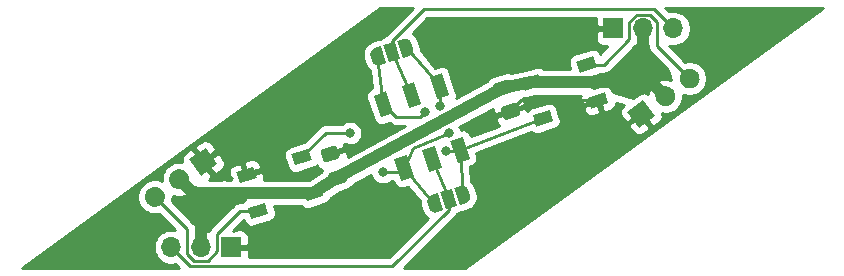
<source format=gbr>
%TF.GenerationSoftware,KiCad,Pcbnew,5.1.8*%
%TF.CreationDate,2020-12-23T16:20:00-05:00*%
%TF.ProjectId,penroserombus_thin_40mm,70656e72-6f73-4657-926f-6d6275735f74,rev?*%
%TF.SameCoordinates,Original*%
%TF.FileFunction,Copper,L1,Top*%
%TF.FilePolarity,Positive*%
%FSLAX46Y46*%
G04 Gerber Fmt 4.6, Leading zero omitted, Abs format (unit mm)*
G04 Created by KiCad (PCBNEW 5.1.8) date 2020-12-23 16:20:00*
%MOMM*%
%LPD*%
G01*
G04 APERTURE LIST*
%TA.AperFunction,ComponentPad*%
%ADD10C,0.100000*%
%TD*%
%TA.AperFunction,SMDPad,CuDef*%
%ADD11C,0.100000*%
%TD*%
%TA.AperFunction,ComponentPad*%
%ADD12O,1.700000X1.700000*%
%TD*%
%TA.AperFunction,ComponentPad*%
%ADD13R,1.700000X1.700000*%
%TD*%
%TA.AperFunction,ViaPad*%
%ADD14C,0.800000*%
%TD*%
%TA.AperFunction,Conductor*%
%ADD15C,1.000000*%
%TD*%
%TA.AperFunction,Conductor*%
%ADD16C,0.250000*%
%TD*%
%TA.AperFunction,Conductor*%
%ADD17C,0.254000*%
%TD*%
%TA.AperFunction,Conductor*%
%ADD18C,0.100000*%
%TD*%
G04 APERTURE END LIST*
%TA.AperFunction,ComponentPad*%
D10*
%TO.P,J3,1*%
%TO.N,GND*%
G36*
X135261566Y-75128791D02*
G01*
X136636895Y-74129556D01*
X137636130Y-75504885D01*
X136260801Y-76504120D01*
X135261566Y-75128791D01*
G37*
%TD.AperFunction*%
%TO.P,J3,2*%
%TO.N,VCC*%
%TA.AperFunction,ComponentPad*%
G36*
G01*
X133894328Y-76122149D02*
X133894328Y-76122149D01*
G75*
G02*
X135081609Y-76310196I499617J-687664D01*
G01*
X135081609Y-76310196D01*
G75*
G02*
X134893562Y-77497477I-687664J-499617D01*
G01*
X134893562Y-77497477D01*
G75*
G02*
X133706281Y-77309430I-499617J687664D01*
G01*
X133706281Y-77309430D01*
G75*
G02*
X133894328Y-76122149I687664J499617D01*
G01*
G37*
%TD.AperFunction*%
%TO.P,J3,3*%
%TO.N,Net-(D1-Pad4)*%
%TA.AperFunction,ComponentPad*%
G36*
G01*
X131839425Y-77615123D02*
X131839425Y-77615123D01*
G75*
G02*
X133026706Y-77803170I499617J-687664D01*
G01*
X133026706Y-77803170D01*
G75*
G02*
X132838659Y-78990451I-687664J-499617D01*
G01*
X132838659Y-78990451D01*
G75*
G02*
X131651378Y-78802404I-499617J687664D01*
G01*
X131651378Y-78802404D01*
G75*
G02*
X131839425Y-77615123I687664J499617D01*
G01*
G37*
%TD.AperFunction*%
%TD*%
%TO.P,C1,2*%
%TO.N,VCC*%
%TA.AperFunction,SMDPad,CuDef*%
G36*
G01*
X147194701Y-76237479D02*
X148098205Y-75943913D01*
G75*
G02*
X148413223Y-76104423I77254J-237764D01*
G01*
X148621809Y-76746387D01*
G75*
G02*
X148461299Y-77061405I-237764J-77254D01*
G01*
X147557795Y-77354971D01*
G75*
G02*
X147242777Y-77194461I-77254J237764D01*
G01*
X147034191Y-76552497D01*
G75*
G02*
X147194701Y-76237479I237764J77254D01*
G01*
G37*
%TD.AperFunction*%
%TO.P,C1,1*%
%TO.N,GND*%
%TA.AperFunction,SMDPad,CuDef*%
G36*
G01*
X146553491Y-74264037D02*
X147456995Y-73970471D01*
G75*
G02*
X147772013Y-74130981I77254J-237764D01*
G01*
X147980599Y-74772945D01*
G75*
G02*
X147820089Y-75087963I-237764J-77254D01*
G01*
X146916585Y-75381529D01*
G75*
G02*
X146601567Y-75221019I-77254J237764D01*
G01*
X146392981Y-74579055D01*
G75*
G02*
X146553491Y-74264037I237764J77254D01*
G01*
G37*
%TD.AperFunction*%
%TD*%
%TO.P,C2,1*%
%TO.N,GND*%
%TA.AperFunction,SMDPad,CuDef*%
G36*
G01*
X163072509Y-71473405D02*
X162169005Y-71766971D01*
G75*
G02*
X161853987Y-71606461I-77254J237764D01*
G01*
X161645401Y-70964497D01*
G75*
G02*
X161805911Y-70649479I237764J77254D01*
G01*
X162709415Y-70355913D01*
G75*
G02*
X163024433Y-70516423I77254J-237764D01*
G01*
X163233019Y-71158387D01*
G75*
G02*
X163072509Y-71473405I-237764J-77254D01*
G01*
G37*
%TD.AperFunction*%
%TO.P,C2,2*%
%TO.N,VCC*%
%TA.AperFunction,SMDPad,CuDef*%
G36*
G01*
X162431299Y-69499963D02*
X161527795Y-69793529D01*
G75*
G02*
X161212777Y-69633019I-77254J237764D01*
G01*
X161004191Y-68991055D01*
G75*
G02*
X161164701Y-68676037I237764J77254D01*
G01*
X162068205Y-68382471D01*
G75*
G02*
X162383223Y-68542981I77254J-237764D01*
G01*
X162591809Y-69184945D01*
G75*
G02*
X162431299Y-69499963I-237764J-77254D01*
G01*
G37*
%TD.AperFunction*%
%TD*%
%TA.AperFunction,SMDPad,CuDef*%
D11*
%TO.P,D1,1*%
%TO.N,VCC*%
G36*
X145185004Y-78684755D02*
G01*
X144875987Y-77733698D01*
X146302572Y-77270173D01*
X146611589Y-78221230D01*
X145185004Y-78684755D01*
G37*
%TD.AperFunction*%
%TA.AperFunction,SMDPad,CuDef*%
%TO.P,D1,2*%
%TO.N,Net-(D1-Pad2)*%
G36*
X144196149Y-75641374D02*
G01*
X143887132Y-74690317D01*
X145313717Y-74226792D01*
X145622734Y-75177849D01*
X144196149Y-75641374D01*
G37*
%TD.AperFunction*%
%TA.AperFunction,SMDPad,CuDef*%
%TO.P,D1,4*%
%TO.N,Net-(D1-Pad4)*%
G36*
X140524827Y-80198938D02*
G01*
X140215810Y-79247881D01*
X141642395Y-78784356D01*
X141951412Y-79735413D01*
X140524827Y-80198938D01*
G37*
%TD.AperFunction*%
%TA.AperFunction,SMDPad,CuDef*%
%TO.P,D1,3*%
%TO.N,GND*%
G36*
X139535972Y-77155557D02*
G01*
X139226955Y-76204500D01*
X140653540Y-75740975D01*
X140962557Y-76692032D01*
X139535972Y-77155557D01*
G37*
%TD.AperFunction*%
%TD*%
%TA.AperFunction,SMDPad,CuDef*%
%TO.P,D2,3*%
%TO.N,GND*%
G36*
X170422799Y-69433036D02*
G01*
X170731816Y-70384093D01*
X169305231Y-70847618D01*
X168996214Y-69896561D01*
X170422799Y-69433036D01*
G37*
%TD.AperFunction*%
%TA.AperFunction,SMDPad,CuDef*%
%TO.P,D2,4*%
%TO.N,Net-(D2-Pad4)*%
G36*
X169433944Y-66389655D02*
G01*
X169742961Y-67340712D01*
X168316376Y-67804237D01*
X168007359Y-66853180D01*
X169433944Y-66389655D01*
G37*
%TD.AperFunction*%
%TA.AperFunction,SMDPad,CuDef*%
%TO.P,D2,2*%
%TO.N,Net-(D2-Pad2)*%
G36*
X165762622Y-70947219D02*
G01*
X166071639Y-71898276D01*
X164645054Y-72361801D01*
X164336037Y-71410744D01*
X165762622Y-70947219D01*
G37*
%TD.AperFunction*%
%TA.AperFunction,SMDPad,CuDef*%
%TO.P,D2,1*%
%TO.N,VCC*%
G36*
X164773767Y-67903838D02*
G01*
X165082784Y-68854895D01*
X163656199Y-69318420D01*
X163347182Y-68367363D01*
X164773767Y-67903838D01*
G37*
%TD.AperFunction*%
%TD*%
D12*
%TO.P,J1,3*%
%TO.N,Net-(J1-Pad3)*%
X176239724Y-64038590D03*
%TO.P,J1,2*%
%TO.N,VCC*%
X173699724Y-64038590D03*
D13*
%TO.P,J1,1*%
%TO.N,GND*%
X171159724Y-64038590D03*
%TD*%
%TO.P,J2,1*%
%TO.N,GND*%
X138799045Y-82550000D03*
D12*
%TO.P,J2,2*%
%TO.N,VCC*%
X136259045Y-82550000D03*
%TO.P,J2,3*%
%TO.N,Net-(J2-Pad3)*%
X133719045Y-82550000D03*
%TD*%
%TO.P,J4,3*%
%TO.N,Net-(D2-Pad4)*%
%TA.AperFunction,ComponentPad*%
G36*
G01*
X178119344Y-68973468D02*
X178119344Y-68973468D01*
G75*
G02*
X176932063Y-68785421I-499617J687664D01*
G01*
X176932063Y-68785421D01*
G75*
G02*
X177120110Y-67598140I687664J499617D01*
G01*
X177120110Y-67598140D01*
G75*
G02*
X178307391Y-67786187I499617J-687664D01*
G01*
X178307391Y-67786187D01*
G75*
G02*
X178119344Y-68973468I-687664J-499617D01*
G01*
G37*
%TD.AperFunction*%
%TO.P,J4,2*%
%TO.N,VCC*%
%TA.AperFunction,ComponentPad*%
G36*
G01*
X176064441Y-70466442D02*
X176064441Y-70466442D01*
G75*
G02*
X174877160Y-70278395I-499617J687664D01*
G01*
X174877160Y-70278395D01*
G75*
G02*
X175065207Y-69091114I687664J499617D01*
G01*
X175065207Y-69091114D01*
G75*
G02*
X176252488Y-69279161I499617J-687664D01*
G01*
X176252488Y-69279161D01*
G75*
G02*
X176064441Y-70466442I-687664J-499617D01*
G01*
G37*
%TD.AperFunction*%
%TA.AperFunction,ComponentPad*%
D10*
%TO.P,J4,1*%
%TO.N,GND*%
G36*
X174697203Y-71459800D02*
G01*
X173321874Y-72459035D01*
X172322639Y-71083706D01*
X173697968Y-70084471D01*
X174697203Y-71459800D01*
G37*
%TD.AperFunction*%
%TD*%
%TA.AperFunction,SMDPad,CuDef*%
D11*
%TO.P,JP1,2*%
%TO.N,Net-(J2-Pad3)*%
G36*
X157469766Y-77618199D02*
G01*
X157933291Y-79044784D01*
X156982234Y-79353801D01*
X156518709Y-77927216D01*
X157469766Y-77618199D01*
G37*
%TD.AperFunction*%
%TA.AperFunction,SMDPad,CuDef*%
%TO.P,JP1,3*%
%TO.N,Net-(D1-Pad2)*%
G36*
X156221204Y-79600442D02*
G01*
X156197870Y-79608023D01*
X156149943Y-79618538D01*
X156101216Y-79624306D01*
X156052157Y-79625269D01*
X156003240Y-79621420D01*
X155954937Y-79612793D01*
X155907712Y-79599475D01*
X155862020Y-79581591D01*
X155818299Y-79559314D01*
X155776974Y-79532861D01*
X155738440Y-79502482D01*
X155703069Y-79468475D01*
X155671203Y-79431163D01*
X155643146Y-79390908D01*
X155619171Y-79348096D01*
X155599507Y-79303142D01*
X155591926Y-79279809D01*
X155591353Y-79279995D01*
X155436844Y-78804466D01*
X155437417Y-78804280D01*
X155429836Y-78780947D01*
X155419321Y-78733020D01*
X155413553Y-78684292D01*
X155412590Y-78635234D01*
X155416439Y-78586317D01*
X155425066Y-78538014D01*
X155438384Y-78490788D01*
X155456268Y-78445096D01*
X155478545Y-78401376D01*
X155504998Y-78360050D01*
X155535376Y-78321517D01*
X155569384Y-78286146D01*
X155606695Y-78254279D01*
X155646951Y-78226223D01*
X155689762Y-78202248D01*
X155734717Y-78182584D01*
X155758050Y-78175002D01*
X155757864Y-78174430D01*
X156280945Y-78004470D01*
X156744471Y-79431055D01*
X156221390Y-79601014D01*
X156221204Y-79600442D01*
G37*
%TD.AperFunction*%
%TA.AperFunction,SMDPad,CuDef*%
%TO.P,JP1,1*%
%TO.N,Net-(D2-Pad2)*%
G36*
X157707529Y-77540945D02*
G01*
X158230610Y-77370986D01*
X158230796Y-77371558D01*
X158254130Y-77363977D01*
X158302057Y-77353462D01*
X158350784Y-77347694D01*
X158399843Y-77346731D01*
X158448760Y-77350580D01*
X158497063Y-77359207D01*
X158544288Y-77372525D01*
X158589980Y-77390409D01*
X158633701Y-77412686D01*
X158675026Y-77439139D01*
X158713560Y-77469518D01*
X158748931Y-77503525D01*
X158780797Y-77540837D01*
X158808854Y-77581092D01*
X158832829Y-77623904D01*
X158852493Y-77668858D01*
X158860074Y-77692191D01*
X158860647Y-77692005D01*
X159015156Y-78167534D01*
X159014583Y-78167720D01*
X159022164Y-78191053D01*
X159032679Y-78238980D01*
X159038447Y-78287708D01*
X159039410Y-78336766D01*
X159035561Y-78385683D01*
X159026934Y-78433986D01*
X159013616Y-78481212D01*
X158995732Y-78526904D01*
X158973455Y-78570624D01*
X158947002Y-78611950D01*
X158916624Y-78650483D01*
X158882616Y-78685854D01*
X158845305Y-78717721D01*
X158805049Y-78745777D01*
X158762238Y-78769752D01*
X158717283Y-78789416D01*
X158693950Y-78796998D01*
X158694136Y-78797570D01*
X158171055Y-78967530D01*
X157707529Y-77540945D01*
G37*
%TD.AperFunction*%
%TD*%
%TA.AperFunction,SMDPad,CuDef*%
%TO.P,JP2,1*%
%TO.N,Net-(D1-Pad2)*%
G36*
X152881529Y-65094945D02*
G01*
X153404610Y-64924986D01*
X153404796Y-64925558D01*
X153428130Y-64917977D01*
X153476057Y-64907462D01*
X153524784Y-64901694D01*
X153573843Y-64900731D01*
X153622760Y-64904580D01*
X153671063Y-64913207D01*
X153718288Y-64926525D01*
X153763980Y-64944409D01*
X153807701Y-64966686D01*
X153849026Y-64993139D01*
X153887560Y-65023518D01*
X153922931Y-65057525D01*
X153954797Y-65094837D01*
X153982854Y-65135092D01*
X154006829Y-65177904D01*
X154026493Y-65222858D01*
X154034074Y-65246191D01*
X154034647Y-65246005D01*
X154189156Y-65721534D01*
X154188583Y-65721720D01*
X154196164Y-65745053D01*
X154206679Y-65792980D01*
X154212447Y-65841708D01*
X154213410Y-65890766D01*
X154209561Y-65939683D01*
X154200934Y-65987986D01*
X154187616Y-66035212D01*
X154169732Y-66080904D01*
X154147455Y-66124624D01*
X154121002Y-66165950D01*
X154090624Y-66204483D01*
X154056616Y-66239854D01*
X154019305Y-66271721D01*
X153979049Y-66299777D01*
X153936238Y-66323752D01*
X153891283Y-66343416D01*
X153867950Y-66350998D01*
X153868136Y-66351570D01*
X153345055Y-66521530D01*
X152881529Y-65094945D01*
G37*
%TD.AperFunction*%
%TA.AperFunction,SMDPad,CuDef*%
%TO.P,JP2,3*%
%TO.N,Net-(D2-Pad2)*%
G36*
X151395204Y-67154442D02*
G01*
X151371870Y-67162023D01*
X151323943Y-67172538D01*
X151275216Y-67178306D01*
X151226157Y-67179269D01*
X151177240Y-67175420D01*
X151128937Y-67166793D01*
X151081712Y-67153475D01*
X151036020Y-67135591D01*
X150992299Y-67113314D01*
X150950974Y-67086861D01*
X150912440Y-67056482D01*
X150877069Y-67022475D01*
X150845203Y-66985163D01*
X150817146Y-66944908D01*
X150793171Y-66902096D01*
X150773507Y-66857142D01*
X150765926Y-66833809D01*
X150765353Y-66833995D01*
X150610844Y-66358466D01*
X150611417Y-66358280D01*
X150603836Y-66334947D01*
X150593321Y-66287020D01*
X150587553Y-66238292D01*
X150586590Y-66189234D01*
X150590439Y-66140317D01*
X150599066Y-66092014D01*
X150612384Y-66044788D01*
X150630268Y-65999096D01*
X150652545Y-65955376D01*
X150678998Y-65914050D01*
X150709376Y-65875517D01*
X150743384Y-65840146D01*
X150780695Y-65808279D01*
X150820951Y-65780223D01*
X150863762Y-65756248D01*
X150908717Y-65736584D01*
X150932050Y-65729002D01*
X150931864Y-65728430D01*
X151454945Y-65558470D01*
X151918471Y-66985055D01*
X151395390Y-67155014D01*
X151395204Y-67154442D01*
G37*
%TD.AperFunction*%
%TA.AperFunction,SMDPad,CuDef*%
%TO.P,JP2,2*%
%TO.N,Net-(J1-Pad3)*%
G36*
X152643766Y-65172199D02*
G01*
X153107291Y-66598784D01*
X152156234Y-66907801D01*
X151692709Y-65481216D01*
X152643766Y-65172199D01*
G37*
%TD.AperFunction*%
%TD*%
%TA.AperFunction,SMDPad,CuDef*%
%TO.P,SW1,1*%
%TO.N,Net-(D1-Pad2)*%
G36*
X155620295Y-68173402D02*
G01*
X156666458Y-67833484D01*
X157269041Y-69688044D01*
X156222878Y-70027962D01*
X155620295Y-68173402D01*
G37*
%TD.AperFunction*%
%TA.AperFunction,SMDPad,CuDef*%
%TO.P,SW1,2*%
%TO.N,Net-(J1-Pad3)*%
G36*
X153242654Y-68945944D02*
G01*
X154288817Y-68606026D01*
X154891400Y-70460586D01*
X153845237Y-70800504D01*
X153242654Y-68945944D01*
G37*
%TD.AperFunction*%
%TA.AperFunction,SMDPad,CuDef*%
%TO.P,SW1,3*%
%TO.N,Net-(D2-Pad2)*%
G36*
X150865013Y-69718487D02*
G01*
X151911176Y-69378569D01*
X152513759Y-71233129D01*
X151467596Y-71573047D01*
X150865013Y-69718487D01*
G37*
%TD.AperFunction*%
%TA.AperFunction,SMDPad,CuDef*%
%TO.P,SW1,4*%
G36*
X157366241Y-73546871D02*
G01*
X158412404Y-73206953D01*
X159014987Y-75061513D01*
X157968824Y-75401431D01*
X157366241Y-73546871D01*
G37*
%TD.AperFunction*%
%TA.AperFunction,SMDPad,CuDef*%
%TO.P,SW1,5*%
%TO.N,Net-(J2-Pad3)*%
G36*
X154988600Y-74319414D02*
G01*
X156034763Y-73979496D01*
X156637346Y-75834056D01*
X155591183Y-76173974D01*
X154988600Y-74319414D01*
G37*
%TD.AperFunction*%
%TA.AperFunction,SMDPad,CuDef*%
%TO.P,SW1,6*%
%TO.N,Net-(D1-Pad2)*%
G36*
X152610959Y-75091956D02*
G01*
X153657122Y-74752038D01*
X154259705Y-76606598D01*
X153213542Y-76946516D01*
X152610959Y-75091956D01*
G37*
%TD.AperFunction*%
%TD*%
D14*
%TO.N,GND*%
X148590000Y-74168000D03*
X166333673Y-70140327D03*
%TO.N,Net-(D1-Pad2)*%
X156464000Y-70612000D03*
X157226000Y-72898000D03*
X148844000Y-72898000D03*
X151638000Y-76200000D03*
%TO.N,Net-(D2-Pad2)*%
X155194000Y-71120000D03*
X156972000Y-74422000D03*
%TD*%
D15*
%TO.N,VCC*%
X138233532Y-77977464D02*
X138205034Y-77948966D01*
X145743788Y-77977464D02*
X138233532Y-77977464D01*
X164214983Y-68611129D02*
X161798000Y-69088000D01*
X145743788Y-77977464D02*
X147828000Y-76649442D01*
X147828000Y-76649442D02*
X161798000Y-69088000D01*
X164239780Y-68586332D02*
X171443668Y-68586332D01*
X164214983Y-68611129D02*
X164239780Y-68586332D01*
X173699724Y-66330276D02*
X173699724Y-64038590D01*
X171443668Y-68586332D02*
X173699724Y-66330276D01*
X174372378Y-68586332D02*
X175564824Y-69778778D01*
X171443668Y-68586332D02*
X174372378Y-68586332D01*
X173699724Y-67913678D02*
X174372378Y-68586332D01*
X173699724Y-66330276D02*
X173699724Y-67913678D01*
X135561596Y-77977464D02*
X134393945Y-76809813D01*
X138233532Y-77977464D02*
X135561596Y-77977464D01*
X136259045Y-78674913D02*
X135561596Y-77977464D01*
X136259045Y-82550000D02*
X136259045Y-78674913D01*
D16*
%TO.N,GND*%
X163360325Y-70140327D02*
X162439210Y-71061442D01*
X169864015Y-70140327D02*
X166333673Y-70140327D01*
X147186790Y-74676000D02*
X147186790Y-74709839D01*
X166333673Y-70140327D02*
X163360325Y-70140327D01*
%TO.N,Net-(D1-Pad2)*%
X153636373Y-65638278D02*
X156444668Y-68930723D01*
X155989627Y-78887722D02*
X153435332Y-75849277D01*
X156444668Y-70592668D02*
X156464000Y-70612000D01*
X156444668Y-68930723D02*
X156444668Y-70592668D01*
X153435332Y-75413046D02*
X153435332Y-75849277D01*
X157226000Y-72898000D02*
X154178000Y-74168000D01*
X154178000Y-74168000D02*
X153435332Y-75849277D01*
X146791016Y-72898000D02*
X148844000Y-72898000D01*
X144754933Y-74934083D02*
X146791016Y-72898000D01*
X153084609Y-76200000D02*
X153435332Y-75849277D01*
X151638000Y-76200000D02*
X153084609Y-76200000D01*
%TO.N,Net-(D1-Pad4)*%
X141064999Y-79510259D02*
X141083611Y-79491647D01*
X137624044Y-81439999D02*
X139572396Y-79491647D01*
X137624044Y-82924003D02*
X137624044Y-81439999D01*
X136823046Y-83725001D02*
X137624044Y-82924003D01*
X135695044Y-83725001D02*
X136823046Y-83725001D01*
X135084044Y-83114001D02*
X135695044Y-83725001D01*
X135084044Y-81047789D02*
X135084044Y-83114001D01*
X139572396Y-79491647D02*
X141083611Y-79491647D01*
X132339042Y-78302787D02*
X135084044Y-81047789D01*
%TO.N,Net-(D2-Pad4)*%
X170386370Y-67096946D02*
X168875160Y-67096946D01*
X172524723Y-63474589D02*
X172524723Y-64958593D01*
X174263725Y-62863589D02*
X173135723Y-62863589D01*
X173135723Y-62863589D02*
X172524723Y-63474589D01*
X174874725Y-63474589D02*
X174263725Y-62863589D01*
X174874725Y-65540802D02*
X174874725Y-63474589D01*
X172524723Y-64958593D02*
X170386370Y-67096946D01*
X177619727Y-68285804D02*
X174874725Y-65540802D01*
%TO.N,Net-(D2-Pad2)*%
X151163627Y-66441722D02*
X151689386Y-70475808D01*
X158462373Y-78084278D02*
X158190614Y-74304192D01*
X158190614Y-74304192D02*
X165203838Y-71654510D01*
X155064428Y-71249572D02*
X155194000Y-71120000D01*
X158072806Y-74422000D02*
X158190614Y-74304192D01*
X156972000Y-74422000D02*
X158072806Y-74422000D01*
X152733577Y-71519999D02*
X151689386Y-70475808D01*
X154794001Y-71519999D02*
X152733577Y-71519999D01*
X155194000Y-71120000D02*
X154794001Y-71519999D01*
%TO.N,Net-(J1-Pad3)*%
X152400000Y-66040000D02*
X154067027Y-69703265D01*
X152400000Y-65116838D02*
X155103258Y-62413580D01*
X152400000Y-66040000D02*
X152400000Y-65116838D01*
X174614714Y-62413580D02*
X170871580Y-62413580D01*
X176239724Y-64038590D02*
X174614714Y-62413580D01*
X170871580Y-62413580D02*
X171173759Y-62413580D01*
X155103258Y-62413580D02*
X170871580Y-62413580D01*
%TO.N,Net-(J2-Pad3)*%
X157226000Y-78486000D02*
X155812973Y-75076735D01*
X157226000Y-79409162D02*
X157226000Y-78486000D01*
X152460152Y-84175010D02*
X157226000Y-79409162D01*
X135344055Y-84175010D02*
X152460152Y-84175010D01*
X133719045Y-82550000D02*
X135344055Y-84175010D01*
%TD*%
D17*
%TO.N,GND*%
X158560230Y-84315000D02*
X153394963Y-84315000D01*
X157737004Y-79972960D01*
X157766001Y-79949163D01*
X157799280Y-79908612D01*
X157860974Y-79833439D01*
X157921940Y-79719381D01*
X158130466Y-79651627D01*
X158245066Y-79601499D01*
X158245510Y-79601190D01*
X158246053Y-79601179D01*
X158368231Y-79574372D01*
X158891312Y-79404412D01*
X158913821Y-79394567D01*
X158937171Y-79386980D01*
X159051778Y-79336851D01*
X159137297Y-79288958D01*
X159239915Y-79217437D01*
X159314448Y-79153780D01*
X159401143Y-79063612D01*
X159461825Y-78986637D01*
X159529261Y-78881293D01*
X159573760Y-78793960D01*
X159619351Y-78677476D01*
X159645957Y-78583138D01*
X159667946Y-78460000D01*
X159675636Y-78362285D01*
X159673180Y-78237225D01*
X159661659Y-78139888D01*
X159634851Y-78017707D01*
X159627262Y-77994353D01*
X159621998Y-77970359D01*
X159467489Y-77494830D01*
X159457646Y-77472326D01*
X159450053Y-77448958D01*
X159399927Y-77334363D01*
X159352034Y-77248844D01*
X159280517Y-77146230D01*
X159216861Y-77071697D01*
X159146686Y-77004225D01*
X159054335Y-75719637D01*
X159212162Y-75668356D01*
X159326763Y-75618228D01*
X159429382Y-75546707D01*
X159516076Y-75456540D01*
X159583513Y-75351192D01*
X159629103Y-75234712D01*
X159651092Y-75111576D01*
X159648636Y-74986516D01*
X159621830Y-74864338D01*
X159538356Y-74607432D01*
X164223457Y-72837344D01*
X164250027Y-72862890D01*
X164355375Y-72930327D01*
X164471855Y-72975917D01*
X164594991Y-72997906D01*
X164720051Y-72995450D01*
X164842229Y-72968644D01*
X166268814Y-72505119D01*
X166383414Y-72454991D01*
X166486034Y-72383470D01*
X166493417Y-72375791D01*
X172476490Y-72375791D01*
X172805663Y-72834084D01*
X172888750Y-72927586D01*
X172988482Y-73003081D01*
X173101027Y-73057668D01*
X173222058Y-73089251D01*
X173346924Y-73096615D01*
X173470829Y-73079477D01*
X173589009Y-73038496D01*
X173696923Y-72975246D01*
X174151605Y-72641103D01*
X174186726Y-72419361D01*
X173481825Y-71449147D01*
X172511611Y-72154048D01*
X172476490Y-72375791D01*
X166493417Y-72375791D01*
X166572728Y-72293303D01*
X166640165Y-72187955D01*
X166685755Y-72071475D01*
X166707744Y-71948339D01*
X166705288Y-71823279D01*
X166678482Y-71701101D01*
X166398720Y-70840080D01*
X168635103Y-70840080D01*
X168698389Y-71044793D01*
X168748516Y-71159394D01*
X168820037Y-71262013D01*
X168910205Y-71348707D01*
X169015553Y-71416144D01*
X169132032Y-71461733D01*
X169255168Y-71483723D01*
X169380228Y-71481268D01*
X169502406Y-71454461D01*
X169942985Y-71308078D01*
X170044909Y-71108041D01*
X169782476Y-70300356D01*
X168737027Y-70640043D01*
X168635103Y-70840080D01*
X166398720Y-70840080D01*
X166369465Y-70750044D01*
X166319337Y-70635444D01*
X166247816Y-70532825D01*
X166157649Y-70446130D01*
X166052301Y-70378693D01*
X165935821Y-70333103D01*
X165812685Y-70311114D01*
X165687625Y-70313570D01*
X165565447Y-70340376D01*
X164138862Y-70803901D01*
X164024262Y-70854029D01*
X163921642Y-70925550D01*
X163850177Y-70999878D01*
X163820948Y-70912943D01*
X163620912Y-70811020D01*
X162599239Y-71142981D01*
X162605420Y-71162003D01*
X162363851Y-71240492D01*
X162357671Y-71221471D01*
X161335999Y-71553433D01*
X161234075Y-71753470D01*
X161324399Y-72041400D01*
X161374526Y-72156001D01*
X161446048Y-72258620D01*
X161448434Y-72260914D01*
X159068129Y-73160223D01*
X159019247Y-73009778D01*
X158969120Y-72895178D01*
X158897598Y-72792559D01*
X158807431Y-72705865D01*
X158702083Y-72638427D01*
X158585603Y-72592837D01*
X158462467Y-72570848D01*
X158337407Y-72573304D01*
X158221739Y-72598682D01*
X158221226Y-72596102D01*
X158143205Y-72407744D01*
X158118205Y-72370329D01*
X160943174Y-70841279D01*
X160961304Y-70923909D01*
X161057472Y-71209941D01*
X161257508Y-71311864D01*
X162279181Y-70979903D01*
X162273000Y-70960881D01*
X162514569Y-70882392D01*
X162520749Y-70901413D01*
X163542421Y-70569451D01*
X163644345Y-70369414D01*
X163554021Y-70081484D01*
X163503894Y-69966883D01*
X163478813Y-69930897D01*
X163483000Y-69932536D01*
X163606136Y-69954525D01*
X163731196Y-69952069D01*
X163853374Y-69925263D01*
X164481010Y-69721332D01*
X168382894Y-69721332D01*
X168382099Y-69723363D01*
X168360109Y-69846499D01*
X168362564Y-69971559D01*
X168389372Y-70093737D01*
X168458500Y-70296551D01*
X168658537Y-70398475D01*
X169703986Y-70058788D01*
X169697805Y-70039766D01*
X169939374Y-69961277D01*
X169945554Y-69980298D01*
X169964576Y-69974117D01*
X170043065Y-70215686D01*
X170024044Y-70221866D01*
X170286477Y-71029551D01*
X170486514Y-71131475D01*
X170928991Y-70990935D01*
X171043592Y-70940808D01*
X171146211Y-70869286D01*
X171232905Y-70779119D01*
X171300342Y-70673771D01*
X171345931Y-70557291D01*
X171367921Y-70434155D01*
X171365652Y-70318595D01*
X172046749Y-70496273D01*
X171947590Y-70567495D01*
X171854088Y-70650582D01*
X171778593Y-70750314D01*
X171724006Y-70862859D01*
X171692423Y-70983890D01*
X171685059Y-71108756D01*
X171702197Y-71232661D01*
X171743178Y-71350841D01*
X171806428Y-71458755D01*
X172140571Y-71913437D01*
X172362313Y-71948558D01*
X173332527Y-71243657D01*
X173320771Y-71227476D01*
X173526262Y-71078179D01*
X173538017Y-71094359D01*
X173554198Y-71082603D01*
X173703495Y-71288094D01*
X173687315Y-71299849D01*
X174392216Y-72270063D01*
X174613959Y-72305184D01*
X175072252Y-71976011D01*
X175165754Y-71892924D01*
X175241249Y-71793192D01*
X175295836Y-71680647D01*
X175327419Y-71559616D01*
X175334783Y-71434750D01*
X175317645Y-71310845D01*
X175292638Y-71238730D01*
X175418564Y-71263778D01*
X175711084Y-71263778D01*
X175997982Y-71206710D01*
X176268235Y-71094768D01*
X176511456Y-70932253D01*
X176718299Y-70725410D01*
X176880814Y-70482189D01*
X176992756Y-70211936D01*
X177049824Y-69925038D01*
X177049824Y-69702451D01*
X177072470Y-69666475D01*
X177186569Y-69713736D01*
X177473467Y-69770804D01*
X177765987Y-69770804D01*
X178052885Y-69713736D01*
X178323138Y-69601794D01*
X178566359Y-69439279D01*
X178773202Y-69232436D01*
X178935717Y-68989215D01*
X179047659Y-68718962D01*
X179104727Y-68432064D01*
X179104727Y-68139544D01*
X179047659Y-67852646D01*
X178935717Y-67582393D01*
X178773202Y-67339172D01*
X178566359Y-67132329D01*
X178323138Y-66969814D01*
X178052885Y-66857872D01*
X177765987Y-66800804D01*
X177473467Y-66800804D01*
X177253319Y-66844594D01*
X175923661Y-65514937D01*
X175914692Y-65488030D01*
X176093464Y-65523590D01*
X176385984Y-65523590D01*
X176672882Y-65466522D01*
X176943135Y-65354580D01*
X177186356Y-65192065D01*
X177393199Y-64985222D01*
X177555714Y-64742001D01*
X177667656Y-64471748D01*
X177724724Y-64184850D01*
X177724724Y-63892330D01*
X177667656Y-63605432D01*
X177555714Y-63335179D01*
X177393199Y-63091958D01*
X177186356Y-62885115D01*
X176943135Y-62722600D01*
X176672882Y-62610658D01*
X176385984Y-62553590D01*
X176093464Y-62553590D01*
X175873316Y-62597381D01*
X175549526Y-62273591D01*
X188897627Y-62273591D01*
X158560230Y-84315000D01*
%TA.AperFunction,Conductor*%
D18*
G36*
X158560230Y-84315000D02*
G01*
X153394963Y-84315000D01*
X157737004Y-79972960D01*
X157766001Y-79949163D01*
X157799280Y-79908612D01*
X157860974Y-79833439D01*
X157921940Y-79719381D01*
X158130466Y-79651627D01*
X158245066Y-79601499D01*
X158245510Y-79601190D01*
X158246053Y-79601179D01*
X158368231Y-79574372D01*
X158891312Y-79404412D01*
X158913821Y-79394567D01*
X158937171Y-79386980D01*
X159051778Y-79336851D01*
X159137297Y-79288958D01*
X159239915Y-79217437D01*
X159314448Y-79153780D01*
X159401143Y-79063612D01*
X159461825Y-78986637D01*
X159529261Y-78881293D01*
X159573760Y-78793960D01*
X159619351Y-78677476D01*
X159645957Y-78583138D01*
X159667946Y-78460000D01*
X159675636Y-78362285D01*
X159673180Y-78237225D01*
X159661659Y-78139888D01*
X159634851Y-78017707D01*
X159627262Y-77994353D01*
X159621998Y-77970359D01*
X159467489Y-77494830D01*
X159457646Y-77472326D01*
X159450053Y-77448958D01*
X159399927Y-77334363D01*
X159352034Y-77248844D01*
X159280517Y-77146230D01*
X159216861Y-77071697D01*
X159146686Y-77004225D01*
X159054335Y-75719637D01*
X159212162Y-75668356D01*
X159326763Y-75618228D01*
X159429382Y-75546707D01*
X159516076Y-75456540D01*
X159583513Y-75351192D01*
X159629103Y-75234712D01*
X159651092Y-75111576D01*
X159648636Y-74986516D01*
X159621830Y-74864338D01*
X159538356Y-74607432D01*
X164223457Y-72837344D01*
X164250027Y-72862890D01*
X164355375Y-72930327D01*
X164471855Y-72975917D01*
X164594991Y-72997906D01*
X164720051Y-72995450D01*
X164842229Y-72968644D01*
X166268814Y-72505119D01*
X166383414Y-72454991D01*
X166486034Y-72383470D01*
X166493417Y-72375791D01*
X172476490Y-72375791D01*
X172805663Y-72834084D01*
X172888750Y-72927586D01*
X172988482Y-73003081D01*
X173101027Y-73057668D01*
X173222058Y-73089251D01*
X173346924Y-73096615D01*
X173470829Y-73079477D01*
X173589009Y-73038496D01*
X173696923Y-72975246D01*
X174151605Y-72641103D01*
X174186726Y-72419361D01*
X173481825Y-71449147D01*
X172511611Y-72154048D01*
X172476490Y-72375791D01*
X166493417Y-72375791D01*
X166572728Y-72293303D01*
X166640165Y-72187955D01*
X166685755Y-72071475D01*
X166707744Y-71948339D01*
X166705288Y-71823279D01*
X166678482Y-71701101D01*
X166398720Y-70840080D01*
X168635103Y-70840080D01*
X168698389Y-71044793D01*
X168748516Y-71159394D01*
X168820037Y-71262013D01*
X168910205Y-71348707D01*
X169015553Y-71416144D01*
X169132032Y-71461733D01*
X169255168Y-71483723D01*
X169380228Y-71481268D01*
X169502406Y-71454461D01*
X169942985Y-71308078D01*
X170044909Y-71108041D01*
X169782476Y-70300356D01*
X168737027Y-70640043D01*
X168635103Y-70840080D01*
X166398720Y-70840080D01*
X166369465Y-70750044D01*
X166319337Y-70635444D01*
X166247816Y-70532825D01*
X166157649Y-70446130D01*
X166052301Y-70378693D01*
X165935821Y-70333103D01*
X165812685Y-70311114D01*
X165687625Y-70313570D01*
X165565447Y-70340376D01*
X164138862Y-70803901D01*
X164024262Y-70854029D01*
X163921642Y-70925550D01*
X163850177Y-70999878D01*
X163820948Y-70912943D01*
X163620912Y-70811020D01*
X162599239Y-71142981D01*
X162605420Y-71162003D01*
X162363851Y-71240492D01*
X162357671Y-71221471D01*
X161335999Y-71553433D01*
X161234075Y-71753470D01*
X161324399Y-72041400D01*
X161374526Y-72156001D01*
X161446048Y-72258620D01*
X161448434Y-72260914D01*
X159068129Y-73160223D01*
X159019247Y-73009778D01*
X158969120Y-72895178D01*
X158897598Y-72792559D01*
X158807431Y-72705865D01*
X158702083Y-72638427D01*
X158585603Y-72592837D01*
X158462467Y-72570848D01*
X158337407Y-72573304D01*
X158221739Y-72598682D01*
X158221226Y-72596102D01*
X158143205Y-72407744D01*
X158118205Y-72370329D01*
X160943174Y-70841279D01*
X160961304Y-70923909D01*
X161057472Y-71209941D01*
X161257508Y-71311864D01*
X162279181Y-70979903D01*
X162273000Y-70960881D01*
X162514569Y-70882392D01*
X162520749Y-70901413D01*
X163542421Y-70569451D01*
X163644345Y-70369414D01*
X163554021Y-70081484D01*
X163503894Y-69966883D01*
X163478813Y-69930897D01*
X163483000Y-69932536D01*
X163606136Y-69954525D01*
X163731196Y-69952069D01*
X163853374Y-69925263D01*
X164481010Y-69721332D01*
X168382894Y-69721332D01*
X168382099Y-69723363D01*
X168360109Y-69846499D01*
X168362564Y-69971559D01*
X168389372Y-70093737D01*
X168458500Y-70296551D01*
X168658537Y-70398475D01*
X169703986Y-70058788D01*
X169697805Y-70039766D01*
X169939374Y-69961277D01*
X169945554Y-69980298D01*
X169964576Y-69974117D01*
X170043065Y-70215686D01*
X170024044Y-70221866D01*
X170286477Y-71029551D01*
X170486514Y-71131475D01*
X170928991Y-70990935D01*
X171043592Y-70940808D01*
X171146211Y-70869286D01*
X171232905Y-70779119D01*
X171300342Y-70673771D01*
X171345931Y-70557291D01*
X171367921Y-70434155D01*
X171365652Y-70318595D01*
X172046749Y-70496273D01*
X171947590Y-70567495D01*
X171854088Y-70650582D01*
X171778593Y-70750314D01*
X171724006Y-70862859D01*
X171692423Y-70983890D01*
X171685059Y-71108756D01*
X171702197Y-71232661D01*
X171743178Y-71350841D01*
X171806428Y-71458755D01*
X172140571Y-71913437D01*
X172362313Y-71948558D01*
X173332527Y-71243657D01*
X173320771Y-71227476D01*
X173526262Y-71078179D01*
X173538017Y-71094359D01*
X173554198Y-71082603D01*
X173703495Y-71288094D01*
X173687315Y-71299849D01*
X174392216Y-72270063D01*
X174613959Y-72305184D01*
X175072252Y-71976011D01*
X175165754Y-71892924D01*
X175241249Y-71793192D01*
X175295836Y-71680647D01*
X175327419Y-71559616D01*
X175334783Y-71434750D01*
X175317645Y-71310845D01*
X175292638Y-71238730D01*
X175418564Y-71263778D01*
X175711084Y-71263778D01*
X175997982Y-71206710D01*
X176268235Y-71094768D01*
X176511456Y-70932253D01*
X176718299Y-70725410D01*
X176880814Y-70482189D01*
X176992756Y-70211936D01*
X177049824Y-69925038D01*
X177049824Y-69702451D01*
X177072470Y-69666475D01*
X177186569Y-69713736D01*
X177473467Y-69770804D01*
X177765987Y-69770804D01*
X178052885Y-69713736D01*
X178323138Y-69601794D01*
X178566359Y-69439279D01*
X178773202Y-69232436D01*
X178935717Y-68989215D01*
X179047659Y-68718962D01*
X179104727Y-68432064D01*
X179104727Y-68139544D01*
X179047659Y-67852646D01*
X178935717Y-67582393D01*
X178773202Y-67339172D01*
X178566359Y-67132329D01*
X178323138Y-66969814D01*
X178052885Y-66857872D01*
X177765987Y-66800804D01*
X177473467Y-66800804D01*
X177253319Y-66844594D01*
X175923661Y-65514937D01*
X175914692Y-65488030D01*
X176093464Y-65523590D01*
X176385984Y-65523590D01*
X176672882Y-65466522D01*
X176943135Y-65354580D01*
X177186356Y-65192065D01*
X177393199Y-64985222D01*
X177555714Y-64742001D01*
X177667656Y-64471748D01*
X177724724Y-64184850D01*
X177724724Y-63892330D01*
X177667656Y-63605432D01*
X177555714Y-63335179D01*
X177393199Y-63091958D01*
X177186356Y-62885115D01*
X176943135Y-62722600D01*
X176672882Y-62610658D01*
X176385984Y-62553590D01*
X176093464Y-62553590D01*
X175873316Y-62597381D01*
X175549526Y-62273591D01*
X188897627Y-62273591D01*
X158560230Y-84315000D01*
G37*
%TD.AperFunction*%
D17*
X151888998Y-64553039D02*
X151860000Y-64576837D01*
X151836202Y-64605835D01*
X151836201Y-64605836D01*
X151765026Y-64692562D01*
X151704061Y-64806618D01*
X151495534Y-64874373D01*
X151380934Y-64924501D01*
X151380490Y-64924810D01*
X151379947Y-64924821D01*
X151257769Y-64951628D01*
X150734688Y-65121588D01*
X150712179Y-65131433D01*
X150688829Y-65139020D01*
X150574222Y-65189149D01*
X150488703Y-65237042D01*
X150386085Y-65308563D01*
X150311552Y-65372220D01*
X150224857Y-65462388D01*
X150164175Y-65539363D01*
X150096739Y-65644707D01*
X150052240Y-65732040D01*
X150006649Y-65848524D01*
X149980043Y-65942862D01*
X149958054Y-66066000D01*
X149950364Y-66163715D01*
X149952820Y-66288775D01*
X149964341Y-66386112D01*
X149991149Y-66508293D01*
X149998738Y-66531647D01*
X150004002Y-66555641D01*
X150158511Y-67031170D01*
X150168354Y-67053674D01*
X150175947Y-67077042D01*
X150226073Y-67191637D01*
X150273966Y-67277156D01*
X150345483Y-67379770D01*
X150409139Y-67454303D01*
X150499311Y-67541002D01*
X150545181Y-67577163D01*
X150742027Y-69087539D01*
X150667838Y-69111644D01*
X150553237Y-69161772D01*
X150450618Y-69233293D01*
X150363924Y-69323460D01*
X150296487Y-69428808D01*
X150250897Y-69545288D01*
X150228908Y-69668424D01*
X150231364Y-69793484D01*
X150258170Y-69915662D01*
X150860753Y-71770222D01*
X150910880Y-71884822D01*
X150982402Y-71987441D01*
X151072569Y-72074135D01*
X151177917Y-72141573D01*
X151294397Y-72187163D01*
X151417533Y-72209152D01*
X151542593Y-72206696D01*
X151664771Y-72179890D01*
X152158307Y-72019531D01*
X152169778Y-72031002D01*
X152193576Y-72060000D01*
X152222574Y-72083798D01*
X152309300Y-72154973D01*
X152441330Y-72225545D01*
X152584591Y-72269002D01*
X152696244Y-72279999D01*
X152696253Y-72279999D01*
X152733576Y-72283675D01*
X152770899Y-72279999D01*
X153516272Y-72279999D01*
X148682826Y-74896164D01*
X148664696Y-74813533D01*
X148568528Y-74527501D01*
X148368492Y-74425578D01*
X147346819Y-74757539D01*
X147353000Y-74776561D01*
X147111431Y-74855050D01*
X147105251Y-74836029D01*
X147086229Y-74842210D01*
X147007740Y-74600641D01*
X147026761Y-74594461D01*
X147020580Y-74575439D01*
X147262149Y-74496950D01*
X147268329Y-74515971D01*
X148290001Y-74184009D01*
X148391925Y-73983972D01*
X148335068Y-73802726D01*
X148353744Y-73815205D01*
X148542102Y-73893226D01*
X148742061Y-73933000D01*
X148945939Y-73933000D01*
X149145898Y-73893226D01*
X149334256Y-73815205D01*
X149503774Y-73701937D01*
X149647937Y-73557774D01*
X149761205Y-73388256D01*
X149839226Y-73199898D01*
X149879000Y-72999939D01*
X149879000Y-72796061D01*
X149839226Y-72596102D01*
X149761205Y-72407744D01*
X149647937Y-72238226D01*
X149503774Y-72094063D01*
X149334256Y-71980795D01*
X149145898Y-71902774D01*
X148945939Y-71863000D01*
X148742061Y-71863000D01*
X148542102Y-71902774D01*
X148353744Y-71980795D01*
X148184226Y-72094063D01*
X148140289Y-72138000D01*
X146828338Y-72138000D01*
X146791015Y-72134324D01*
X146753692Y-72138000D01*
X146753683Y-72138000D01*
X146642030Y-72148997D01*
X146498769Y-72192454D01*
X146366740Y-72263026D01*
X146251015Y-72357999D01*
X146227217Y-72386997D01*
X144935413Y-73678801D01*
X143689957Y-74083474D01*
X143575357Y-74133602D01*
X143472737Y-74205123D01*
X143386043Y-74295290D01*
X143318606Y-74400638D01*
X143273016Y-74517118D01*
X143251027Y-74640254D01*
X143253483Y-74765314D01*
X143280289Y-74887492D01*
X143589306Y-75838549D01*
X143639434Y-75953149D01*
X143710955Y-76055768D01*
X143801122Y-76142463D01*
X143906470Y-76209900D01*
X144022950Y-76255490D01*
X144146086Y-76277479D01*
X144271146Y-76275023D01*
X144393324Y-76248217D01*
X145819909Y-75784692D01*
X145934509Y-75734564D01*
X146037129Y-75663043D01*
X146065082Y-75633971D01*
X146071979Y-75655958D01*
X146122106Y-75770559D01*
X146193628Y-75873178D01*
X146283796Y-75959872D01*
X146389143Y-76027309D01*
X146485249Y-76064924D01*
X146480677Y-76072066D01*
X146433727Y-76192022D01*
X145412918Y-76842464D01*
X141580738Y-76842464D01*
X141598662Y-76742094D01*
X141596207Y-76617034D01*
X141569399Y-76494856D01*
X141500271Y-76292042D01*
X141300234Y-76190118D01*
X140254785Y-76529805D01*
X140260966Y-76548827D01*
X140019397Y-76627316D01*
X140013217Y-76608295D01*
X139994195Y-76614476D01*
X139915706Y-76372907D01*
X139934727Y-76366727D01*
X139672294Y-75559042D01*
X139518249Y-75480552D01*
X139913862Y-75480552D01*
X140176295Y-76288237D01*
X141221744Y-75948550D01*
X141323668Y-75748513D01*
X141260382Y-75543800D01*
X141210255Y-75429199D01*
X141138734Y-75326580D01*
X141048566Y-75239886D01*
X140943218Y-75172449D01*
X140826739Y-75126860D01*
X140703603Y-75104870D01*
X140578543Y-75107325D01*
X140456365Y-75134132D01*
X140015786Y-75280515D01*
X139913862Y-75480552D01*
X139518249Y-75480552D01*
X139472257Y-75457118D01*
X139029780Y-75597658D01*
X138915179Y-75647785D01*
X138812560Y-75719307D01*
X138725866Y-75809474D01*
X138658429Y-75914822D01*
X138612840Y-76031302D01*
X138590850Y-76154438D01*
X138593305Y-76279498D01*
X138620113Y-76401676D01*
X138689241Y-76604490D01*
X138889275Y-76706412D01*
X138738297Y-76755468D01*
X138764139Y-76835000D01*
X138442732Y-76835000D01*
X138427532Y-76830389D01*
X138205034Y-76808475D01*
X137982536Y-76830389D01*
X137967336Y-76835000D01*
X136888037Y-76835000D01*
X137090532Y-76686188D01*
X137125653Y-76464446D01*
X136420752Y-75494232D01*
X136404571Y-75505988D01*
X136287560Y-75344934D01*
X136626242Y-75344934D01*
X137331143Y-76315148D01*
X137552886Y-76350269D01*
X138011179Y-76021096D01*
X138104681Y-75938009D01*
X138180176Y-75838277D01*
X138234763Y-75725732D01*
X138266346Y-75604701D01*
X138273710Y-75479835D01*
X138256572Y-75355930D01*
X138215591Y-75237750D01*
X138152341Y-75129836D01*
X137818198Y-74675154D01*
X137596456Y-74640033D01*
X136626242Y-75344934D01*
X136287560Y-75344934D01*
X136255274Y-75300497D01*
X136271454Y-75288742D01*
X135566553Y-74318528D01*
X135344810Y-74283407D01*
X134886517Y-74612580D01*
X134793015Y-74695667D01*
X134717520Y-74795399D01*
X134662933Y-74907944D01*
X134631350Y-75028975D01*
X134623986Y-75153841D01*
X134641124Y-75277746D01*
X134666131Y-75349861D01*
X134540205Y-75324813D01*
X134247685Y-75324813D01*
X133960787Y-75381881D01*
X133690534Y-75493823D01*
X133447313Y-75656338D01*
X133240470Y-75863181D01*
X133077955Y-76106402D01*
X132966013Y-76376655D01*
X132908945Y-76663553D01*
X132908945Y-76931496D01*
X132772200Y-76874855D01*
X132485302Y-76817787D01*
X132192782Y-76817787D01*
X131905884Y-76874855D01*
X131635631Y-76986797D01*
X131392410Y-77149312D01*
X131185567Y-77356155D01*
X131023052Y-77599376D01*
X130911110Y-77869629D01*
X130854042Y-78156527D01*
X130854042Y-78449047D01*
X130911110Y-78735945D01*
X131023052Y-79006198D01*
X131185567Y-79249419D01*
X131392410Y-79456262D01*
X131635631Y-79618777D01*
X131905884Y-79730719D01*
X132192782Y-79787787D01*
X132485302Y-79787787D01*
X132705450Y-79743996D01*
X134066467Y-81105014D01*
X133865305Y-81065000D01*
X133572785Y-81065000D01*
X133285887Y-81122068D01*
X133015634Y-81234010D01*
X132772413Y-81396525D01*
X132565570Y-81603368D01*
X132403055Y-81846589D01*
X132291113Y-82116842D01*
X132234045Y-82403740D01*
X132234045Y-82696260D01*
X132291113Y-82983158D01*
X132403055Y-83253411D01*
X132565570Y-83496632D01*
X132772413Y-83703475D01*
X133015634Y-83865990D01*
X133285887Y-83977932D01*
X133572785Y-84035000D01*
X133865305Y-84035000D01*
X134085453Y-83991210D01*
X134409243Y-84315000D01*
X121061141Y-84315000D01*
X135025597Y-74169230D01*
X135772043Y-74169230D01*
X136476944Y-75139444D01*
X137447158Y-74434543D01*
X137482279Y-74212800D01*
X137153106Y-73754507D01*
X137070019Y-73661005D01*
X136970287Y-73585510D01*
X136857742Y-73530923D01*
X136736711Y-73499340D01*
X136611845Y-73491976D01*
X136487940Y-73509114D01*
X136369760Y-73550095D01*
X136261846Y-73613345D01*
X135807164Y-73947488D01*
X135772043Y-74169230D01*
X135025597Y-74169230D01*
X151398542Y-62273591D01*
X154168445Y-62273591D01*
X151888998Y-64553039D01*
%TA.AperFunction,Conductor*%
D18*
G36*
X151888998Y-64553039D02*
G01*
X151860000Y-64576837D01*
X151836202Y-64605835D01*
X151836201Y-64605836D01*
X151765026Y-64692562D01*
X151704061Y-64806618D01*
X151495534Y-64874373D01*
X151380934Y-64924501D01*
X151380490Y-64924810D01*
X151379947Y-64924821D01*
X151257769Y-64951628D01*
X150734688Y-65121588D01*
X150712179Y-65131433D01*
X150688829Y-65139020D01*
X150574222Y-65189149D01*
X150488703Y-65237042D01*
X150386085Y-65308563D01*
X150311552Y-65372220D01*
X150224857Y-65462388D01*
X150164175Y-65539363D01*
X150096739Y-65644707D01*
X150052240Y-65732040D01*
X150006649Y-65848524D01*
X149980043Y-65942862D01*
X149958054Y-66066000D01*
X149950364Y-66163715D01*
X149952820Y-66288775D01*
X149964341Y-66386112D01*
X149991149Y-66508293D01*
X149998738Y-66531647D01*
X150004002Y-66555641D01*
X150158511Y-67031170D01*
X150168354Y-67053674D01*
X150175947Y-67077042D01*
X150226073Y-67191637D01*
X150273966Y-67277156D01*
X150345483Y-67379770D01*
X150409139Y-67454303D01*
X150499311Y-67541002D01*
X150545181Y-67577163D01*
X150742027Y-69087539D01*
X150667838Y-69111644D01*
X150553237Y-69161772D01*
X150450618Y-69233293D01*
X150363924Y-69323460D01*
X150296487Y-69428808D01*
X150250897Y-69545288D01*
X150228908Y-69668424D01*
X150231364Y-69793484D01*
X150258170Y-69915662D01*
X150860753Y-71770222D01*
X150910880Y-71884822D01*
X150982402Y-71987441D01*
X151072569Y-72074135D01*
X151177917Y-72141573D01*
X151294397Y-72187163D01*
X151417533Y-72209152D01*
X151542593Y-72206696D01*
X151664771Y-72179890D01*
X152158307Y-72019531D01*
X152169778Y-72031002D01*
X152193576Y-72060000D01*
X152222574Y-72083798D01*
X152309300Y-72154973D01*
X152441330Y-72225545D01*
X152584591Y-72269002D01*
X152696244Y-72279999D01*
X152696253Y-72279999D01*
X152733576Y-72283675D01*
X152770899Y-72279999D01*
X153516272Y-72279999D01*
X148682826Y-74896164D01*
X148664696Y-74813533D01*
X148568528Y-74527501D01*
X148368492Y-74425578D01*
X147346819Y-74757539D01*
X147353000Y-74776561D01*
X147111431Y-74855050D01*
X147105251Y-74836029D01*
X147086229Y-74842210D01*
X147007740Y-74600641D01*
X147026761Y-74594461D01*
X147020580Y-74575439D01*
X147262149Y-74496950D01*
X147268329Y-74515971D01*
X148290001Y-74184009D01*
X148391925Y-73983972D01*
X148335068Y-73802726D01*
X148353744Y-73815205D01*
X148542102Y-73893226D01*
X148742061Y-73933000D01*
X148945939Y-73933000D01*
X149145898Y-73893226D01*
X149334256Y-73815205D01*
X149503774Y-73701937D01*
X149647937Y-73557774D01*
X149761205Y-73388256D01*
X149839226Y-73199898D01*
X149879000Y-72999939D01*
X149879000Y-72796061D01*
X149839226Y-72596102D01*
X149761205Y-72407744D01*
X149647937Y-72238226D01*
X149503774Y-72094063D01*
X149334256Y-71980795D01*
X149145898Y-71902774D01*
X148945939Y-71863000D01*
X148742061Y-71863000D01*
X148542102Y-71902774D01*
X148353744Y-71980795D01*
X148184226Y-72094063D01*
X148140289Y-72138000D01*
X146828338Y-72138000D01*
X146791015Y-72134324D01*
X146753692Y-72138000D01*
X146753683Y-72138000D01*
X146642030Y-72148997D01*
X146498769Y-72192454D01*
X146366740Y-72263026D01*
X146251015Y-72357999D01*
X146227217Y-72386997D01*
X144935413Y-73678801D01*
X143689957Y-74083474D01*
X143575357Y-74133602D01*
X143472737Y-74205123D01*
X143386043Y-74295290D01*
X143318606Y-74400638D01*
X143273016Y-74517118D01*
X143251027Y-74640254D01*
X143253483Y-74765314D01*
X143280289Y-74887492D01*
X143589306Y-75838549D01*
X143639434Y-75953149D01*
X143710955Y-76055768D01*
X143801122Y-76142463D01*
X143906470Y-76209900D01*
X144022950Y-76255490D01*
X144146086Y-76277479D01*
X144271146Y-76275023D01*
X144393324Y-76248217D01*
X145819909Y-75784692D01*
X145934509Y-75734564D01*
X146037129Y-75663043D01*
X146065082Y-75633971D01*
X146071979Y-75655958D01*
X146122106Y-75770559D01*
X146193628Y-75873178D01*
X146283796Y-75959872D01*
X146389143Y-76027309D01*
X146485249Y-76064924D01*
X146480677Y-76072066D01*
X146433727Y-76192022D01*
X145412918Y-76842464D01*
X141580738Y-76842464D01*
X141598662Y-76742094D01*
X141596207Y-76617034D01*
X141569399Y-76494856D01*
X141500271Y-76292042D01*
X141300234Y-76190118D01*
X140254785Y-76529805D01*
X140260966Y-76548827D01*
X140019397Y-76627316D01*
X140013217Y-76608295D01*
X139994195Y-76614476D01*
X139915706Y-76372907D01*
X139934727Y-76366727D01*
X139672294Y-75559042D01*
X139518249Y-75480552D01*
X139913862Y-75480552D01*
X140176295Y-76288237D01*
X141221744Y-75948550D01*
X141323668Y-75748513D01*
X141260382Y-75543800D01*
X141210255Y-75429199D01*
X141138734Y-75326580D01*
X141048566Y-75239886D01*
X140943218Y-75172449D01*
X140826739Y-75126860D01*
X140703603Y-75104870D01*
X140578543Y-75107325D01*
X140456365Y-75134132D01*
X140015786Y-75280515D01*
X139913862Y-75480552D01*
X139518249Y-75480552D01*
X139472257Y-75457118D01*
X139029780Y-75597658D01*
X138915179Y-75647785D01*
X138812560Y-75719307D01*
X138725866Y-75809474D01*
X138658429Y-75914822D01*
X138612840Y-76031302D01*
X138590850Y-76154438D01*
X138593305Y-76279498D01*
X138620113Y-76401676D01*
X138689241Y-76604490D01*
X138889275Y-76706412D01*
X138738297Y-76755468D01*
X138764139Y-76835000D01*
X138442732Y-76835000D01*
X138427532Y-76830389D01*
X138205034Y-76808475D01*
X137982536Y-76830389D01*
X137967336Y-76835000D01*
X136888037Y-76835000D01*
X137090532Y-76686188D01*
X137125653Y-76464446D01*
X136420752Y-75494232D01*
X136404571Y-75505988D01*
X136287560Y-75344934D01*
X136626242Y-75344934D01*
X137331143Y-76315148D01*
X137552886Y-76350269D01*
X138011179Y-76021096D01*
X138104681Y-75938009D01*
X138180176Y-75838277D01*
X138234763Y-75725732D01*
X138266346Y-75604701D01*
X138273710Y-75479835D01*
X138256572Y-75355930D01*
X138215591Y-75237750D01*
X138152341Y-75129836D01*
X137818198Y-74675154D01*
X137596456Y-74640033D01*
X136626242Y-75344934D01*
X136287560Y-75344934D01*
X136255274Y-75300497D01*
X136271454Y-75288742D01*
X135566553Y-74318528D01*
X135344810Y-74283407D01*
X134886517Y-74612580D01*
X134793015Y-74695667D01*
X134717520Y-74795399D01*
X134662933Y-74907944D01*
X134631350Y-75028975D01*
X134623986Y-75153841D01*
X134641124Y-75277746D01*
X134666131Y-75349861D01*
X134540205Y-75324813D01*
X134247685Y-75324813D01*
X133960787Y-75381881D01*
X133690534Y-75493823D01*
X133447313Y-75656338D01*
X133240470Y-75863181D01*
X133077955Y-76106402D01*
X132966013Y-76376655D01*
X132908945Y-76663553D01*
X132908945Y-76931496D01*
X132772200Y-76874855D01*
X132485302Y-76817787D01*
X132192782Y-76817787D01*
X131905884Y-76874855D01*
X131635631Y-76986797D01*
X131392410Y-77149312D01*
X131185567Y-77356155D01*
X131023052Y-77599376D01*
X130911110Y-77869629D01*
X130854042Y-78156527D01*
X130854042Y-78449047D01*
X130911110Y-78735945D01*
X131023052Y-79006198D01*
X131185567Y-79249419D01*
X131392410Y-79456262D01*
X131635631Y-79618777D01*
X131905884Y-79730719D01*
X132192782Y-79787787D01*
X132485302Y-79787787D01*
X132705450Y-79743996D01*
X134066467Y-81105014D01*
X133865305Y-81065000D01*
X133572785Y-81065000D01*
X133285887Y-81122068D01*
X133015634Y-81234010D01*
X132772413Y-81396525D01*
X132565570Y-81603368D01*
X132403055Y-81846589D01*
X132291113Y-82116842D01*
X132234045Y-82403740D01*
X132234045Y-82696260D01*
X132291113Y-82983158D01*
X132403055Y-83253411D01*
X132565570Y-83496632D01*
X132772413Y-83703475D01*
X133015634Y-83865990D01*
X133285887Y-83977932D01*
X133572785Y-84035000D01*
X133865305Y-84035000D01*
X134085453Y-83991210D01*
X134409243Y-84315000D01*
X121061141Y-84315000D01*
X135025597Y-74169230D01*
X135772043Y-74169230D01*
X136476944Y-75139444D01*
X137447158Y-74434543D01*
X137482279Y-74212800D01*
X137153106Y-73754507D01*
X137070019Y-73661005D01*
X136970287Y-73585510D01*
X136857742Y-73530923D01*
X136736711Y-73499340D01*
X136611845Y-73491976D01*
X136487940Y-73509114D01*
X136369760Y-73550095D01*
X136261846Y-73613345D01*
X135807164Y-73947488D01*
X135772043Y-74169230D01*
X135025597Y-74169230D01*
X151398542Y-62273591D01*
X154168445Y-62273591D01*
X151888998Y-64553039D01*
G37*
%TD.AperFunction*%
D17*
X150642774Y-76501898D02*
X150720795Y-76690256D01*
X150834063Y-76859774D01*
X150978226Y-77003937D01*
X151147744Y-77117205D01*
X151336102Y-77195226D01*
X151536061Y-77235000D01*
X151739939Y-77235000D01*
X151939898Y-77195226D01*
X152128256Y-77117205D01*
X152297774Y-77003937D01*
X152341711Y-76960000D01*
X152547014Y-76960000D01*
X152606699Y-77143691D01*
X152656826Y-77258291D01*
X152728348Y-77360910D01*
X152818515Y-77447604D01*
X152923863Y-77515042D01*
X153040343Y-77560632D01*
X153163479Y-77582621D01*
X153288539Y-77580165D01*
X153410717Y-77553359D01*
X153775401Y-77434866D01*
X154776683Y-78625935D01*
X154778820Y-78734775D01*
X154790341Y-78832112D01*
X154817149Y-78954293D01*
X154824738Y-78977647D01*
X154830002Y-79001641D01*
X154984511Y-79477170D01*
X154994354Y-79499674D01*
X155001947Y-79523042D01*
X155052073Y-79637637D01*
X155099966Y-79723156D01*
X155171483Y-79825770D01*
X155235139Y-79900303D01*
X155325311Y-79987002D01*
X155402286Y-80047684D01*
X155469591Y-80090769D01*
X152145351Y-83415010D01*
X140285639Y-83415010D01*
X140287117Y-83400000D01*
X140284045Y-82835750D01*
X140125295Y-82677000D01*
X138926045Y-82677000D01*
X138926045Y-82697000D01*
X138672045Y-82697000D01*
X138672045Y-82677000D01*
X138652045Y-82677000D01*
X138652045Y-82423000D01*
X138672045Y-82423000D01*
X138672045Y-82403000D01*
X138926045Y-82403000D01*
X138926045Y-82423000D01*
X140125295Y-82423000D01*
X140284045Y-82264250D01*
X140287117Y-81700000D01*
X140274857Y-81575518D01*
X140238547Y-81455820D01*
X140179582Y-81345506D01*
X140100230Y-81248815D01*
X140003539Y-81169463D01*
X139893225Y-81110498D01*
X139773527Y-81074188D01*
X139649045Y-81061928D01*
X139084795Y-81065000D01*
X138926047Y-81223748D01*
X138926047Y-81212797D01*
X139875006Y-80263839D01*
X139917984Y-80396113D01*
X139968112Y-80510713D01*
X140039633Y-80613332D01*
X140129800Y-80700027D01*
X140235148Y-80767464D01*
X140351628Y-80813054D01*
X140474764Y-80835043D01*
X140599824Y-80832587D01*
X140722002Y-80805781D01*
X142148587Y-80342256D01*
X142263187Y-80292128D01*
X142365807Y-80220607D01*
X142452501Y-80130440D01*
X142519938Y-80025092D01*
X142565528Y-79908612D01*
X142587517Y-79785476D01*
X142585061Y-79660416D01*
X142558255Y-79538238D01*
X142419913Y-79112464D01*
X144713658Y-79112464D01*
X144789977Y-79185844D01*
X144895325Y-79253281D01*
X145011805Y-79298871D01*
X145134941Y-79320860D01*
X145260001Y-79318404D01*
X145382179Y-79291598D01*
X146143751Y-79044149D01*
X146157229Y-79040378D01*
X146160574Y-79038682D01*
X146808764Y-78828073D01*
X146923364Y-78777945D01*
X147025984Y-78706424D01*
X147112678Y-78616257D01*
X147180115Y-78510909D01*
X147225705Y-78394429D01*
X147228806Y-78377062D01*
X148011121Y-77878585D01*
X148658474Y-77668248D01*
X148817975Y-77598481D01*
X148960801Y-77498937D01*
X149081462Y-77373442D01*
X149175323Y-77226818D01*
X149183288Y-77206467D01*
X150627439Y-76424802D01*
X150642774Y-76501898D01*
%TA.AperFunction,Conductor*%
D18*
G36*
X150642774Y-76501898D02*
G01*
X150720795Y-76690256D01*
X150834063Y-76859774D01*
X150978226Y-77003937D01*
X151147744Y-77117205D01*
X151336102Y-77195226D01*
X151536061Y-77235000D01*
X151739939Y-77235000D01*
X151939898Y-77195226D01*
X152128256Y-77117205D01*
X152297774Y-77003937D01*
X152341711Y-76960000D01*
X152547014Y-76960000D01*
X152606699Y-77143691D01*
X152656826Y-77258291D01*
X152728348Y-77360910D01*
X152818515Y-77447604D01*
X152923863Y-77515042D01*
X153040343Y-77560632D01*
X153163479Y-77582621D01*
X153288539Y-77580165D01*
X153410717Y-77553359D01*
X153775401Y-77434866D01*
X154776683Y-78625935D01*
X154778820Y-78734775D01*
X154790341Y-78832112D01*
X154817149Y-78954293D01*
X154824738Y-78977647D01*
X154830002Y-79001641D01*
X154984511Y-79477170D01*
X154994354Y-79499674D01*
X155001947Y-79523042D01*
X155052073Y-79637637D01*
X155099966Y-79723156D01*
X155171483Y-79825770D01*
X155235139Y-79900303D01*
X155325311Y-79987002D01*
X155402286Y-80047684D01*
X155469591Y-80090769D01*
X152145351Y-83415010D01*
X140285639Y-83415010D01*
X140287117Y-83400000D01*
X140284045Y-82835750D01*
X140125295Y-82677000D01*
X138926045Y-82677000D01*
X138926045Y-82697000D01*
X138672045Y-82697000D01*
X138672045Y-82677000D01*
X138652045Y-82677000D01*
X138652045Y-82423000D01*
X138672045Y-82423000D01*
X138672045Y-82403000D01*
X138926045Y-82403000D01*
X138926045Y-82423000D01*
X140125295Y-82423000D01*
X140284045Y-82264250D01*
X140287117Y-81700000D01*
X140274857Y-81575518D01*
X140238547Y-81455820D01*
X140179582Y-81345506D01*
X140100230Y-81248815D01*
X140003539Y-81169463D01*
X139893225Y-81110498D01*
X139773527Y-81074188D01*
X139649045Y-81061928D01*
X139084795Y-81065000D01*
X138926047Y-81223748D01*
X138926047Y-81212797D01*
X139875006Y-80263839D01*
X139917984Y-80396113D01*
X139968112Y-80510713D01*
X140039633Y-80613332D01*
X140129800Y-80700027D01*
X140235148Y-80767464D01*
X140351628Y-80813054D01*
X140474764Y-80835043D01*
X140599824Y-80832587D01*
X140722002Y-80805781D01*
X142148587Y-80342256D01*
X142263187Y-80292128D01*
X142365807Y-80220607D01*
X142452501Y-80130440D01*
X142519938Y-80025092D01*
X142565528Y-79908612D01*
X142587517Y-79785476D01*
X142585061Y-79660416D01*
X142558255Y-79538238D01*
X142419913Y-79112464D01*
X144713658Y-79112464D01*
X144789977Y-79185844D01*
X144895325Y-79253281D01*
X145011805Y-79298871D01*
X145134941Y-79320860D01*
X145260001Y-79318404D01*
X145382179Y-79291598D01*
X146143751Y-79044149D01*
X146157229Y-79040378D01*
X146160574Y-79038682D01*
X146808764Y-78828073D01*
X146923364Y-78777945D01*
X147025984Y-78706424D01*
X147112678Y-78616257D01*
X147180115Y-78510909D01*
X147225705Y-78394429D01*
X147228806Y-78377062D01*
X148011121Y-77878585D01*
X148658474Y-77668248D01*
X148817975Y-77598481D01*
X148960801Y-77498937D01*
X149081462Y-77373442D01*
X149175323Y-77226818D01*
X149183288Y-77206467D01*
X150627439Y-76424802D01*
X150642774Y-76501898D01*
G37*
%TD.AperFunction*%
D17*
X169671652Y-63188590D02*
X169674724Y-63752840D01*
X169833474Y-63911590D01*
X171032724Y-63911590D01*
X171032724Y-63891590D01*
X171286724Y-63891590D01*
X171286724Y-63911590D01*
X171306724Y-63911590D01*
X171306724Y-64165590D01*
X171286724Y-64165590D01*
X171286724Y-64185590D01*
X171032724Y-64185590D01*
X171032724Y-64165590D01*
X169833474Y-64165590D01*
X169674724Y-64324340D01*
X169671652Y-64888590D01*
X169683912Y-65013072D01*
X169720222Y-65132770D01*
X169779187Y-65243084D01*
X169858539Y-65339775D01*
X169955230Y-65419127D01*
X170065544Y-65478092D01*
X170185242Y-65514402D01*
X170309724Y-65526662D01*
X170648242Y-65524819D01*
X170057088Y-66242649D01*
X170040787Y-66192480D01*
X169990659Y-66077880D01*
X169919138Y-65975261D01*
X169828971Y-65888566D01*
X169723623Y-65821129D01*
X169607143Y-65775539D01*
X169484007Y-65753550D01*
X169358947Y-65756006D01*
X169236769Y-65782812D01*
X167810184Y-66246337D01*
X167695584Y-66296465D01*
X167592964Y-66367986D01*
X167506270Y-66458153D01*
X167438833Y-66563501D01*
X167393243Y-66679981D01*
X167371254Y-66803117D01*
X167373710Y-66928177D01*
X167400516Y-67050355D01*
X167530801Y-67451332D01*
X165219323Y-67451332D01*
X165168794Y-67402749D01*
X165063446Y-67335312D01*
X164946966Y-67289722D01*
X164823830Y-67267733D01*
X164698770Y-67270189D01*
X164576592Y-67296995D01*
X164065733Y-67462983D01*
X164017281Y-67467755D01*
X163803333Y-67532656D01*
X163794995Y-67537113D01*
X162470602Y-67798416D01*
X162386518Y-67765506D01*
X162215137Y-67734901D01*
X162041078Y-67738319D01*
X161871030Y-67775628D01*
X160967526Y-68069194D01*
X160808025Y-68138961D01*
X160665199Y-68238505D01*
X160544538Y-68364000D01*
X160450677Y-68510624D01*
X160442712Y-68530974D01*
X157855783Y-69931183D01*
X157883157Y-69861243D01*
X157905146Y-69738107D01*
X157902690Y-69613047D01*
X157875884Y-69490869D01*
X157273301Y-67636309D01*
X157223174Y-67521709D01*
X157151652Y-67419090D01*
X157061485Y-67332396D01*
X156956137Y-67264958D01*
X156839657Y-67219368D01*
X156716521Y-67197379D01*
X156591461Y-67199835D01*
X156469283Y-67226641D01*
X156094065Y-67348556D01*
X154849099Y-65888959D01*
X154847180Y-65791225D01*
X154835659Y-65693888D01*
X154808851Y-65571707D01*
X154801262Y-65548353D01*
X154795998Y-65524359D01*
X154641489Y-65048830D01*
X154631646Y-65026326D01*
X154624053Y-65002958D01*
X154573927Y-64888363D01*
X154526034Y-64802844D01*
X154454517Y-64700230D01*
X154390861Y-64625697D01*
X154300689Y-64538998D01*
X154223714Y-64478316D01*
X154156408Y-64435231D01*
X155418060Y-63173580D01*
X169673130Y-63173580D01*
X169671652Y-63188590D01*
%TA.AperFunction,Conductor*%
D18*
G36*
X169671652Y-63188590D02*
G01*
X169674724Y-63752840D01*
X169833474Y-63911590D01*
X171032724Y-63911590D01*
X171032724Y-63891590D01*
X171286724Y-63891590D01*
X171286724Y-63911590D01*
X171306724Y-63911590D01*
X171306724Y-64165590D01*
X171286724Y-64165590D01*
X171286724Y-64185590D01*
X171032724Y-64185590D01*
X171032724Y-64165590D01*
X169833474Y-64165590D01*
X169674724Y-64324340D01*
X169671652Y-64888590D01*
X169683912Y-65013072D01*
X169720222Y-65132770D01*
X169779187Y-65243084D01*
X169858539Y-65339775D01*
X169955230Y-65419127D01*
X170065544Y-65478092D01*
X170185242Y-65514402D01*
X170309724Y-65526662D01*
X170648242Y-65524819D01*
X170057088Y-66242649D01*
X170040787Y-66192480D01*
X169990659Y-66077880D01*
X169919138Y-65975261D01*
X169828971Y-65888566D01*
X169723623Y-65821129D01*
X169607143Y-65775539D01*
X169484007Y-65753550D01*
X169358947Y-65756006D01*
X169236769Y-65782812D01*
X167810184Y-66246337D01*
X167695584Y-66296465D01*
X167592964Y-66367986D01*
X167506270Y-66458153D01*
X167438833Y-66563501D01*
X167393243Y-66679981D01*
X167371254Y-66803117D01*
X167373710Y-66928177D01*
X167400516Y-67050355D01*
X167530801Y-67451332D01*
X165219323Y-67451332D01*
X165168794Y-67402749D01*
X165063446Y-67335312D01*
X164946966Y-67289722D01*
X164823830Y-67267733D01*
X164698770Y-67270189D01*
X164576592Y-67296995D01*
X164065733Y-67462983D01*
X164017281Y-67467755D01*
X163803333Y-67532656D01*
X163794995Y-67537113D01*
X162470602Y-67798416D01*
X162386518Y-67765506D01*
X162215137Y-67734901D01*
X162041078Y-67738319D01*
X161871030Y-67775628D01*
X160967526Y-68069194D01*
X160808025Y-68138961D01*
X160665199Y-68238505D01*
X160544538Y-68364000D01*
X160450677Y-68510624D01*
X160442712Y-68530974D01*
X157855783Y-69931183D01*
X157883157Y-69861243D01*
X157905146Y-69738107D01*
X157902690Y-69613047D01*
X157875884Y-69490869D01*
X157273301Y-67636309D01*
X157223174Y-67521709D01*
X157151652Y-67419090D01*
X157061485Y-67332396D01*
X156956137Y-67264958D01*
X156839657Y-67219368D01*
X156716521Y-67197379D01*
X156591461Y-67199835D01*
X156469283Y-67226641D01*
X156094065Y-67348556D01*
X154849099Y-65888959D01*
X154847180Y-65791225D01*
X154835659Y-65693888D01*
X154808851Y-65571707D01*
X154801262Y-65548353D01*
X154795998Y-65524359D01*
X154641489Y-65048830D01*
X154631646Y-65026326D01*
X154624053Y-65002958D01*
X154573927Y-64888363D01*
X154526034Y-64802844D01*
X154454517Y-64700230D01*
X154390861Y-64625697D01*
X154300689Y-64538998D01*
X154223714Y-64478316D01*
X154156408Y-64435231D01*
X155418060Y-63173580D01*
X169673130Y-63173580D01*
X169671652Y-63188590D01*
G37*
%TD.AperFunction*%
%TD*%
D17*
%TO.N,VCC*%
X135272658Y-77803192D02*
X135529953Y-77766217D01*
X135622803Y-77643566D01*
X135723083Y-77459111D01*
X135788400Y-77546200D01*
X135805218Y-77564557D01*
X135825294Y-77579280D01*
X135847857Y-77589804D01*
X135872039Y-77595724D01*
X135890000Y-77597000D01*
X139078910Y-77597000D01*
X139140945Y-77656646D01*
X139246293Y-77724083D01*
X139362773Y-77769673D01*
X139485909Y-77791662D01*
X139610969Y-77789206D01*
X139733147Y-77762400D01*
X140081000Y-77649376D01*
X140081000Y-78425817D01*
X139707208Y-78731647D01*
X139609719Y-78731647D01*
X139572396Y-78727971D01*
X139535073Y-78731647D01*
X139535063Y-78731647D01*
X139423410Y-78742644D01*
X139280149Y-78786101D01*
X139148120Y-78856673D01*
X139032395Y-78951646D01*
X139008597Y-78980644D01*
X137113042Y-80876200D01*
X137084044Y-80899998D01*
X137060246Y-80928996D01*
X137060245Y-80928997D01*
X136989070Y-81015723D01*
X136918498Y-81147753D01*
X136897449Y-81217146D01*
X136763144Y-81153175D01*
X136615935Y-81108524D01*
X136386045Y-81229845D01*
X136386045Y-82423000D01*
X136406045Y-82423000D01*
X136406045Y-82677000D01*
X136112045Y-82677000D01*
X136112045Y-82423000D01*
X136132045Y-82423000D01*
X136132045Y-81229845D01*
X135902155Y-81108524D01*
X135844044Y-81126150D01*
X135844044Y-81085111D01*
X135847720Y-81047788D01*
X135844044Y-81010465D01*
X135844044Y-81010456D01*
X135833047Y-80898803D01*
X135789590Y-80755542D01*
X135755089Y-80690996D01*
X135719018Y-80623512D01*
X135647843Y-80536786D01*
X135624045Y-80507788D01*
X135595048Y-80483991D01*
X133785938Y-78674882D01*
X133821177Y-78463450D01*
X133824042Y-78449047D01*
X133824042Y-78446260D01*
X133866479Y-78191636D01*
X133945073Y-78225352D01*
X134229856Y-78285724D01*
X134520946Y-78289376D01*
X134807153Y-78236170D01*
X134952493Y-78185766D01*
X135067167Y-77952490D01*
X134475734Y-77138451D01*
X134674289Y-76979607D01*
X135272658Y-77803192D01*
%TA.AperFunction,Conductor*%
D18*
G36*
X135272658Y-77803192D02*
G01*
X135529953Y-77766217D01*
X135622803Y-77643566D01*
X135723083Y-77459111D01*
X135788400Y-77546200D01*
X135805218Y-77564557D01*
X135825294Y-77579280D01*
X135847857Y-77589804D01*
X135872039Y-77595724D01*
X135890000Y-77597000D01*
X139078910Y-77597000D01*
X139140945Y-77656646D01*
X139246293Y-77724083D01*
X139362773Y-77769673D01*
X139485909Y-77791662D01*
X139610969Y-77789206D01*
X139733147Y-77762400D01*
X140081000Y-77649376D01*
X140081000Y-78425817D01*
X139707208Y-78731647D01*
X139609719Y-78731647D01*
X139572396Y-78727971D01*
X139535073Y-78731647D01*
X139535063Y-78731647D01*
X139423410Y-78742644D01*
X139280149Y-78786101D01*
X139148120Y-78856673D01*
X139032395Y-78951646D01*
X139008597Y-78980644D01*
X137113042Y-80876200D01*
X137084044Y-80899998D01*
X137060246Y-80928996D01*
X137060245Y-80928997D01*
X136989070Y-81015723D01*
X136918498Y-81147753D01*
X136897449Y-81217146D01*
X136763144Y-81153175D01*
X136615935Y-81108524D01*
X136386045Y-81229845D01*
X136386045Y-82423000D01*
X136406045Y-82423000D01*
X136406045Y-82677000D01*
X136112045Y-82677000D01*
X136112045Y-82423000D01*
X136132045Y-82423000D01*
X136132045Y-81229845D01*
X135902155Y-81108524D01*
X135844044Y-81126150D01*
X135844044Y-81085111D01*
X135847720Y-81047788D01*
X135844044Y-81010465D01*
X135844044Y-81010456D01*
X135833047Y-80898803D01*
X135789590Y-80755542D01*
X135755089Y-80690996D01*
X135719018Y-80623512D01*
X135647843Y-80536786D01*
X135624045Y-80507788D01*
X135595048Y-80483991D01*
X133785938Y-78674882D01*
X133821177Y-78463450D01*
X133824042Y-78449047D01*
X133824042Y-78446260D01*
X133866479Y-78191636D01*
X133945073Y-78225352D01*
X134229856Y-78285724D01*
X134520946Y-78289376D01*
X134807153Y-78236170D01*
X134952493Y-78185766D01*
X135067167Y-77952490D01*
X134475734Y-77138451D01*
X134674289Y-76979607D01*
X135272658Y-77803192D01*
G37*
%TD.AperFunction*%
%TD*%
D17*
%TO.N,VCC*%
X173846724Y-64165590D02*
X173826724Y-64165590D01*
X173826724Y-65358745D01*
X174056614Y-65480066D01*
X174114725Y-65462440D01*
X174114725Y-65503479D01*
X174111049Y-65540802D01*
X174114725Y-65578124D01*
X174114725Y-65578134D01*
X174125722Y-65689787D01*
X174169179Y-65833048D01*
X174239751Y-65965078D01*
X174279596Y-66013628D01*
X174334724Y-66080803D01*
X174363728Y-66104606D01*
X175793634Y-67534513D01*
X176079251Y-68391362D01*
X176013696Y-68363239D01*
X175728913Y-68302867D01*
X175437823Y-68299215D01*
X175151616Y-68352421D01*
X175006276Y-68402825D01*
X174891602Y-68636101D01*
X175592920Y-69601384D01*
X175609101Y-69589628D01*
X175758398Y-69795119D01*
X175742218Y-69806874D01*
X175753974Y-69823055D01*
X175548484Y-69972352D01*
X175536728Y-69956172D01*
X175520547Y-69967928D01*
X175371250Y-69762437D01*
X175387430Y-69750682D01*
X174686111Y-68785399D01*
X174428816Y-68822374D01*
X174335966Y-68945025D01*
X174196921Y-69200783D01*
X174110443Y-69478754D01*
X174098554Y-69591289D01*
X174031360Y-69540425D01*
X173918816Y-69485837D01*
X173797784Y-69454255D01*
X173672917Y-69446891D01*
X173549013Y-69464029D01*
X173430833Y-69505010D01*
X173322919Y-69568260D01*
X172843458Y-69916609D01*
X171103334Y-69462663D01*
X171029642Y-69235861D01*
X170979514Y-69121261D01*
X170907993Y-69018642D01*
X170817826Y-68931947D01*
X170712478Y-68864510D01*
X170595998Y-68818920D01*
X170472862Y-68796931D01*
X170347802Y-68799387D01*
X170225624Y-68826193D01*
X169529978Y-69052222D01*
X169291000Y-68989880D01*
X169291000Y-68371563D01*
X169530599Y-68080622D01*
X169940136Y-67947555D01*
X170054736Y-67897427D01*
X170112819Y-67856946D01*
X170349048Y-67856946D01*
X170386370Y-67860622D01*
X170423692Y-67856946D01*
X170423703Y-67856946D01*
X170535356Y-67845949D01*
X170678617Y-67802492D01*
X170810646Y-67731920D01*
X170926371Y-67636947D01*
X170950174Y-67607943D01*
X173035726Y-65522392D01*
X173064724Y-65498594D01*
X173138790Y-65408344D01*
X173195625Y-65435415D01*
X173342834Y-65480066D01*
X173572724Y-65358745D01*
X173572724Y-64165590D01*
X173552724Y-64165590D01*
X173552724Y-64135000D01*
X173846724Y-64135000D01*
X173846724Y-64165590D01*
%TA.AperFunction,Conductor*%
D18*
G36*
X173846724Y-64165590D02*
G01*
X173826724Y-64165590D01*
X173826724Y-65358745D01*
X174056614Y-65480066D01*
X174114725Y-65462440D01*
X174114725Y-65503479D01*
X174111049Y-65540802D01*
X174114725Y-65578124D01*
X174114725Y-65578134D01*
X174125722Y-65689787D01*
X174169179Y-65833048D01*
X174239751Y-65965078D01*
X174279596Y-66013628D01*
X174334724Y-66080803D01*
X174363728Y-66104606D01*
X175793634Y-67534513D01*
X176079251Y-68391362D01*
X176013696Y-68363239D01*
X175728913Y-68302867D01*
X175437823Y-68299215D01*
X175151616Y-68352421D01*
X175006276Y-68402825D01*
X174891602Y-68636101D01*
X175592920Y-69601384D01*
X175609101Y-69589628D01*
X175758398Y-69795119D01*
X175742218Y-69806874D01*
X175753974Y-69823055D01*
X175548484Y-69972352D01*
X175536728Y-69956172D01*
X175520547Y-69967928D01*
X175371250Y-69762437D01*
X175387430Y-69750682D01*
X174686111Y-68785399D01*
X174428816Y-68822374D01*
X174335966Y-68945025D01*
X174196921Y-69200783D01*
X174110443Y-69478754D01*
X174098554Y-69591289D01*
X174031360Y-69540425D01*
X173918816Y-69485837D01*
X173797784Y-69454255D01*
X173672917Y-69446891D01*
X173549013Y-69464029D01*
X173430833Y-69505010D01*
X173322919Y-69568260D01*
X172843458Y-69916609D01*
X171103334Y-69462663D01*
X171029642Y-69235861D01*
X170979514Y-69121261D01*
X170907993Y-69018642D01*
X170817826Y-68931947D01*
X170712478Y-68864510D01*
X170595998Y-68818920D01*
X170472862Y-68796931D01*
X170347802Y-68799387D01*
X170225624Y-68826193D01*
X169529978Y-69052222D01*
X169291000Y-68989880D01*
X169291000Y-68371563D01*
X169530599Y-68080622D01*
X169940136Y-67947555D01*
X170054736Y-67897427D01*
X170112819Y-67856946D01*
X170349048Y-67856946D01*
X170386370Y-67860622D01*
X170423692Y-67856946D01*
X170423703Y-67856946D01*
X170535356Y-67845949D01*
X170678617Y-67802492D01*
X170810646Y-67731920D01*
X170926371Y-67636947D01*
X170950174Y-67607943D01*
X173035726Y-65522392D01*
X173064724Y-65498594D01*
X173138790Y-65408344D01*
X173195625Y-65435415D01*
X173342834Y-65480066D01*
X173572724Y-65358745D01*
X173572724Y-64165590D01*
X173552724Y-64165590D01*
X173552724Y-64135000D01*
X173846724Y-64135000D01*
X173846724Y-64165590D01*
G37*
%TD.AperFunction*%
%TD*%
M02*

</source>
